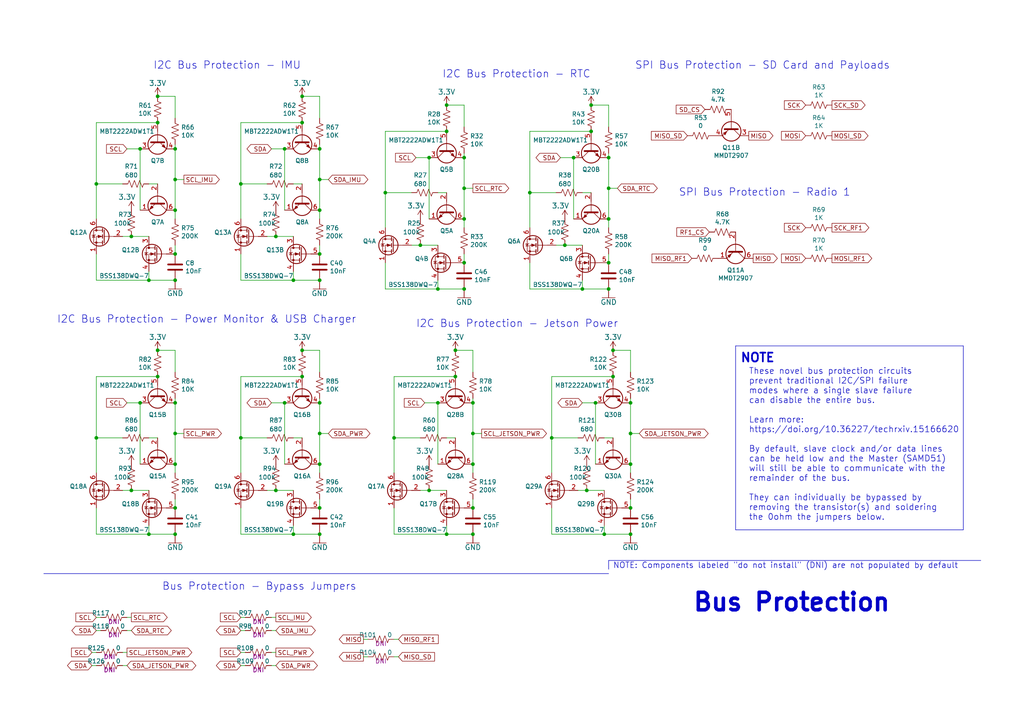
<source format=kicad_sch>
(kicad_sch (version 20230121) (generator eeschema)
  (paper "A4")
  (title_block (title "PyCubed Mainboard") (date "2021-06-09") (rev "v05c") (company "Max Holliday"))
  (junction (at 50.8 147.32))
  (junction (at 176.53 83.82))
  (junction (at 92.71 81.28))
  (junction (at 92.71 52.07))
  (junction (at 134.62 63.5))
  (junction (at 134.62 45.72))
  (junction (at 111.76 55.88))
  (junction (at 50.8 116.84))
  (junction (at 182.88 125.73))
  (junction (at 137.16 154.94))
  (junction (at 182.88 134.62))
  (junction (at 50.8 134.62))
  (junction (at 82.55 116.84))
  (junction (at 176.53 45.72))
  (junction (at 85.09 154.94))
  (junction (at 92.71 154.94))
  (junction (at 176.53 76.2))
  (junction (at 45.72 35.56))
  (junction (at 137.16 134.62))
  (junction (at 50.8 73.66))
  (junction (at 129.54 30.48))
  (junction (at 87.63 35.56))
  (junction (at 137.16 147.32))
  (junction (at 40.64 43.18))
  (junction (at 45.72 101.6))
  (junction (at 114.3 127))
  (junction (at 92.71 60.96))
  (junction (at 43.18 81.28))
  (junction (at 80.01 142.24))
  (junction (at 50.8 81.28))
  (junction (at 132.08 109.22))
  (junction (at 171.45 38.1))
  (junction (at 50.8 43.18))
  (junction (at 92.71 116.84))
  (junction (at 182.88 147.32))
  (junction (at 134.62 76.2))
  (junction (at 45.72 109.22))
  (junction (at 121.92 71.12))
  (junction (at 50.8 125.73))
  (junction (at 137.16 116.84))
  (junction (at 134.62 54.61))
  (junction (at 129.54 38.1))
  (junction (at 50.8 154.94))
  (junction (at 43.18 154.94))
  (junction (at 160.02 127))
  (junction (at 163.83 71.12))
  (junction (at 182.88 116.84))
  (junction (at 172.72 116.84))
  (junction (at 50.8 60.96))
  (junction (at 45.72 27.94))
  (junction (at 171.45 30.48))
  (junction (at 87.63 109.22))
  (junction (at 124.46 45.72))
  (junction (at 80.01 68.58))
  (junction (at 87.63 101.6))
  (junction (at 38.1 142.24))
  (junction (at 176.53 63.5))
  (junction (at 27.94 127))
  (junction (at 176.53 54.61))
  (junction (at 175.26 154.94))
  (junction (at 137.16 125.73))
  (junction (at 127 83.82))
  (junction (at 92.71 125.73))
  (junction (at 27.94 53.34))
  (junction (at 38.1 68.58))
  (junction (at 132.08 101.6))
  (junction (at 168.91 83.82))
  (junction (at 50.8 52.07))
  (junction (at 69.85 127))
  (junction (at 92.71 43.18))
  (junction (at 87.63 27.94))
  (junction (at 69.85 53.34))
  (junction (at 82.55 43.18))
  (junction (at 170.18 142.24))
  (junction (at 129.54 154.94))
  (junction (at 40.64 116.84))
  (junction (at 92.71 147.32))
  (junction (at 166.37 45.72))
  (junction (at 153.67 55.88))
  (junction (at 177.8 109.22))
  (junction (at 177.8 101.6))
  (junction (at 134.62 83.82))
  (junction (at 92.71 134.62))
  (junction (at 124.46 142.24))
  (junction (at 92.71 73.66))
  (junction (at 85.09 81.28))
  (junction (at 182.88 154.94))
  (junction (at 127 116.84))
  (wire (pts (xy 40.64 43.18) (xy 40.64 60.96)))
  (wire (pts (xy 40.64 116.84) (xy 40.64 134.62)))
  (wire (pts (xy 137.16 115.57) (xy 137.16 116.84)))
  (wire (pts (xy 69.85 179.07) (xy 71.12 179.07)))
  (wire (pts (xy 134.62 66.04) (xy 134.62 63.5)))
  (wire (pts (xy 69.85 73.66) (xy 69.85 81.28)))
  (wire (pts (xy 105.41 190.5) (xy 106.68 190.5)))
  (wire (pts (xy 69.85 189.23) (xy 71.12 189.23)))
  (wire (pts (xy 176.53 54.61) (xy 176.53 45.72)))
  (wire (pts (xy 127 83.82) (xy 134.62 83.82)))
  (wire (pts (xy 172.72 116.84) (xy 172.72 134.62)))
  (wire (pts (xy 160.02 147.32) (xy 160.02 154.94)))
  (wire (pts (xy 27.94 179.07) (xy 29.21 179.07)))
  (wire (pts (xy 153.67 38.1) (xy 171.45 38.1)))
  (wire (pts (xy 50.8 134.62) (xy 50.8 125.73)))
  (wire (pts (xy 38.1 179.07) (xy 36.83 179.07)))
  (wire (pts (xy 69.85 193.04) (xy 71.12 193.04)))
  (wire (pts (xy 120.65 45.72) (xy 124.46 45.72)))
  (wire (pts (xy 92.71 41.91) (xy 92.71 43.18)))
  (wire (pts (xy 115.57 185.42) (xy 114.3 185.42)))
  (wire (pts (xy 43.18 142.24) (xy 38.1 142.24)))
  (wire (pts (xy 182.88 134.62) (xy 182.88 125.73)))
  (wire (pts (xy 78.74 116.84) (xy 82.55 116.84)))
  (wire (pts (xy 127 116.84) (xy 127 134.62)))
  (wire (pts (xy 182.88 137.16) (xy 182.88 134.62)))
  (wire (pts (xy 127 81.28) (xy 127 83.82)))
  (wire (pts (xy 111.76 83.82) (xy 127 83.82)))
  (wire (pts (xy 160.02 154.94) (xy 175.26 154.94)))
  (wire (pts (xy 115.57 190.5) (xy 114.3 190.5)))
  (wire (pts (xy 137.16 137.16) (xy 137.16 134.62)))
  (wire (pts (xy 121.92 71.12) (xy 119.38 71.12)))
  (wire (pts (xy 129.54 55.88) (xy 127 55.88)))
  (wire (pts (xy 182.88 144.78) (xy 182.88 147.32)))
  (wire (pts (xy 129.54 154.94) (xy 137.16 154.94)))
  (wire (pts (xy 27.94 127) (xy 35.56 127)))
  (wire (pts (xy 175.26 142.24) (xy 170.18 142.24)))
  (wire (pts (xy 92.71 125.73) (xy 92.71 116.84)))
  (wire (pts (xy 82.55 43.18) (xy 82.55 60.96)))
  (wire (pts (xy 80.01 179.07) (xy 78.74 179.07)))
  (wire (pts (xy 50.8 52.07) (xy 50.8 43.18)))
  (wire (pts (xy 134.62 54.61) (xy 134.62 45.72)))
  (wire (pts (xy 50.8 137.16) (xy 50.8 134.62)))
  (wire (pts (xy 43.18 78.74) (xy 43.18 81.28)))
  (wire (pts (xy 50.8 101.6) (xy 45.72 101.6)))
  (wire (pts (xy 53.34 125.73) (xy 50.8 125.73)))
  (wire (pts (xy 85.09 68.58) (xy 80.01 68.58)))
  (wire (pts (xy 111.76 66.04) (xy 111.76 55.88)))
  (wire (pts (xy 137.16 144.78) (xy 137.16 147.32)))
  (polyline (pts (xy 176.53 162.56) (xy 284.48 162.56)))
  (wire (pts (xy 85.09 81.28) (xy 92.71 81.28)))
  (wire (pts (xy 114.3 127) (xy 114.3 109.22)))
  (wire (pts (xy 45.72 127) (xy 43.18 127)))
  (wire (pts (xy 176.53 44.45) (xy 176.53 45.72)))
  (wire (pts (xy 38.1 68.58) (xy 35.56 68.58)))
  (wire (pts (xy 114.3 154.94) (xy 129.54 154.94)))
  (wire (pts (xy 137.16 125.73) (xy 137.16 116.84)))
  (wire (pts (xy 27.94 53.34) (xy 27.94 35.56)))
  (wire (pts (xy 153.67 66.04) (xy 153.67 55.88)))
  (wire (pts (xy 160.02 137.16) (xy 160.02 127)))
  (wire (pts (xy 92.71 134.62) (xy 92.71 125.73)))
  (wire (pts (xy 92.71 63.5) (xy 92.71 60.96)))
  (wire (pts (xy 176.53 30.48) (xy 171.45 30.48)))
  (wire (pts (xy 168.91 116.84) (xy 172.72 116.84)))
  (wire (pts (xy 139.7 125.73) (xy 137.16 125.73)))
  (wire (pts (xy 50.8 60.96) (xy 50.8 52.07)))
  (wire (pts (xy 171.45 55.88) (xy 168.91 55.88)))
  (wire (pts (xy 85.09 142.24) (xy 80.01 142.24)))
  (wire (pts (xy 50.8 34.29) (xy 50.8 27.94)))
  (wire (pts (xy 80.01 189.23) (xy 78.74 189.23)))
  (wire (pts (xy 50.8 144.78) (xy 50.8 147.32)))
  (wire (pts (xy 137.16 107.95) (xy 137.16 101.6)))
  (wire (pts (xy 38.1 142.24) (xy 35.56 142.24)))
  (wire (pts (xy 111.76 55.88) (xy 111.76 38.1)))
  (wire (pts (xy 36.83 43.18) (xy 40.64 43.18)))
  (wire (pts (xy 182.88 101.6) (xy 177.8 101.6)))
  (wire (pts (xy 50.8 115.57) (xy 50.8 116.84)))
  (wire (pts (xy 27.94 63.5) (xy 27.94 53.34)))
  (wire (pts (xy 38.1 182.88) (xy 36.83 182.88)))
  (wire (pts (xy 43.18 152.4) (xy 43.18 154.94)))
  (wire (pts (xy 50.8 107.95) (xy 50.8 101.6)))
  (wire (pts (xy 134.62 30.48) (xy 129.54 30.48)))
  (wire (pts (xy 69.85 127) (xy 69.85 109.22)))
  (wire (pts (xy 92.71 27.94) (xy 87.63 27.94)))
  (wire (pts (xy 80.01 142.24) (xy 77.47 142.24)))
  (wire (pts (xy 182.88 115.57) (xy 182.88 116.84)))
  (wire (pts (xy 153.67 83.82) (xy 168.91 83.82)))
  (wire (pts (xy 182.88 125.73) (xy 182.88 116.84)))
  (wire (pts (xy 105.41 185.42) (xy 106.68 185.42)))
  (wire (pts (xy 92.71 60.96) (xy 92.71 52.07)))
  (wire (pts (xy 114.3 127) (xy 121.92 127)))
  (wire (pts (xy 176.53 36.83) (xy 176.53 30.48)))
  (wire (pts (xy 176.53 63.5) (xy 176.53 54.61)))
  (wire (pts (xy 114.3 147.32) (xy 114.3 154.94)))
  (wire (pts (xy 175.26 152.4) (xy 175.26 154.94)))
  (wire (pts (xy 92.71 71.12) (xy 92.71 73.66)))
  (wire (pts (xy 168.91 83.82) (xy 176.53 83.82)))
  (wire (pts (xy 80.01 193.04) (xy 78.74 193.04)))
  (polyline (pts (xy 213.36 100.33) (xy 213.36 153.67)))
  (wire (pts (xy 92.71 101.6) (xy 87.63 101.6)))
  (wire (pts (xy 69.85 81.28) (xy 85.09 81.28)))
  (wire (pts (xy 26.67 189.23) (xy 27.94 189.23)))
  (wire (pts (xy 27.94 137.16) (xy 27.94 127)))
  (wire (pts (xy 111.76 76.2) (xy 111.76 83.82)))
  (wire (pts (xy 80.01 68.58) (xy 77.47 68.58)))
  (wire (pts (xy 160.02 127) (xy 160.02 109.22)))
  (wire (pts (xy 50.8 41.91) (xy 50.8 43.18)))
  (wire (pts (xy 69.85 154.94) (xy 85.09 154.94)))
  (wire (pts (xy 87.63 53.34) (xy 85.09 53.34)))
  (wire (pts (xy 114.3 109.22) (xy 132.08 109.22)))
  (wire (pts (xy 85.09 78.74) (xy 85.09 81.28)))
  (wire (pts (xy 160.02 109.22) (xy 177.8 109.22)))
  (wire (pts (xy 53.34 52.07) (xy 50.8 52.07)))
  (wire (pts (xy 134.62 44.45) (xy 134.62 45.72)))
  (wire (pts (xy 92.71 144.78) (xy 92.71 147.32)))
  (wire (pts (xy 69.85 137.16) (xy 69.85 127)))
  (wire (pts (xy 50.8 27.94) (xy 45.72 27.94)))
  (wire (pts (xy 27.94 147.32) (xy 27.94 154.94)))
  (wire (pts (xy 153.67 55.88) (xy 153.67 38.1)))
  (wire (pts (xy 80.01 182.88) (xy 78.74 182.88)))
  (wire (pts (xy 92.71 115.57) (xy 92.71 116.84)))
  (wire (pts (xy 26.67 193.04) (xy 27.94 193.04)))
  (wire (pts (xy 166.37 45.72) (xy 166.37 63.5)))
  (wire (pts (xy 127 71.12) (xy 121.92 71.12)))
  (polyline (pts (xy 176.53 165.1) (xy 176.53 162.56)))
  (wire (pts (xy 27.94 154.94) (xy 43.18 154.94)))
  (wire (pts (xy 36.83 189.23) (xy 35.56 189.23)))
  (wire (pts (xy 43.18 81.28) (xy 50.8 81.28)))
  (wire (pts (xy 177.8 127) (xy 175.26 127)))
  (wire (pts (xy 27.94 109.22) (xy 45.72 109.22)))
  (wire (pts (xy 95.25 52.07) (xy 92.71 52.07)))
  (wire (pts (xy 27.94 53.34) (xy 35.56 53.34)))
  (wire (pts (xy 176.53 66.04) (xy 176.53 63.5)))
  (wire (pts (xy 153.67 55.88) (xy 161.29 55.88)))
  (wire (pts (xy 69.85 35.56) (xy 87.63 35.56)))
  (wire (pts (xy 36.83 116.84) (xy 40.64 116.84)))
  (wire (pts (xy 27.94 182.88) (xy 29.21 182.88)))
  (wire (pts (xy 163.83 71.12) (xy 161.29 71.12)))
  (wire (pts (xy 50.8 125.73) (xy 50.8 116.84)))
  (wire (pts (xy 153.67 76.2) (xy 153.67 83.82)))
  (wire (pts (xy 27.94 35.56) (xy 45.72 35.56)))
  (wire (pts (xy 137.16 101.6) (xy 132.08 101.6)))
  (wire (pts (xy 87.63 127) (xy 85.09 127)))
  (wire (pts (xy 69.85 53.34) (xy 77.47 53.34)))
  (wire (pts (xy 27.94 81.28) (xy 43.18 81.28)))
  (wire (pts (xy 137.16 134.62) (xy 137.16 125.73)))
  (wire (pts (xy 124.46 142.24) (xy 121.92 142.24)))
  (wire (pts (xy 50.8 63.5) (xy 50.8 60.96)))
  (wire (pts (xy 92.71 137.16) (xy 92.71 134.62)))
  (wire (pts (xy 160.02 127) (xy 167.64 127)))
  (wire (pts (xy 175.26 154.94) (xy 182.88 154.94)))
  (wire (pts (xy 179.07 54.61) (xy 176.53 54.61)))
  (wire (pts (xy 43.18 68.58) (xy 38.1 68.58)))
  (wire (pts (xy 134.62 63.5) (xy 134.62 54.61)))
  (wire (pts (xy 137.16 54.61) (xy 134.62 54.61)))
  (wire (pts (xy 168.91 81.28) (xy 168.91 83.82)))
  (wire (pts (xy 182.88 107.95) (xy 182.88 101.6)))
  (wire (pts (xy 111.76 38.1) (xy 129.54 38.1)))
  (wire (pts (xy 170.18 142.24) (xy 167.64 142.24)))
  (wire (pts (xy 78.74 43.18) (xy 82.55 43.18)))
  (wire (pts (xy 27.94 127) (xy 27.94 109.22)))
  (polyline (pts (xy 279.4 100.33) (xy 213.36 100.33)))
  (wire (pts (xy 43.18 154.94) (xy 50.8 154.94)))
  (wire (pts (xy 27.94 73.66) (xy 27.94 81.28)))
  (wire (pts (xy 85.09 152.4) (xy 85.09 154.94)))
  (wire (pts (xy 92.71 52.07) (xy 92.71 43.18)))
  (wire (pts (xy 132.08 127) (xy 129.54 127)))
  (polyline (pts (xy 12.7 166.37) (xy 176.53 166.37)))
  (wire (pts (xy 129.54 142.24) (xy 124.46 142.24)))
  (wire (pts (xy 134.62 36.83) (xy 134.62 30.48)))
  (wire (pts (xy 69.85 63.5) (xy 69.85 53.34)))
  (polyline (pts (xy 279.4 153.67) (xy 279.4 100.33)))
  (wire (pts (xy 185.42 125.73) (xy 182.88 125.73)))
  (wire (pts (xy 69.85 127) (xy 77.47 127)))
  (wire (pts (xy 123.19 116.84) (xy 127 116.84)))
  (wire (pts (xy 69.85 109.22) (xy 87.63 109.22)))
  (wire (pts (xy 82.55 116.84) (xy 82.55 134.62)))
  (wire (pts (xy 69.85 53.34) (xy 69.85 35.56)))
  (wire (pts (xy 114.3 137.16) (xy 114.3 127)))
  (wire (pts (xy 92.71 107.95) (xy 92.71 101.6)))
  (wire (pts (xy 168.91 71.12) (xy 163.83 71.12)))
  (wire (pts (xy 85.09 154.94) (xy 92.71 154.94)))
  (polyline (pts (xy 213.36 153.67) (xy 279.4 153.67)))
  (wire (pts (xy 129.54 152.4) (xy 129.54 154.94)))
  (wire (pts (xy 36.83 193.04) (xy 35.56 193.04)))
  (wire (pts (xy 69.85 147.32) (xy 69.85 154.94)))
  (wire (pts (xy 45.72 53.34) (xy 43.18 53.34)))
  (wire (pts (xy 124.46 45.72) (xy 124.46 63.5)))
  (wire (pts (xy 134.62 73.66) (xy 134.62 76.2)))
  (wire (pts (xy 95.25 125.73) (xy 92.71 125.73)))
  (wire (pts (xy 176.53 73.66) (xy 176.53 76.2)))
  (wire (pts (xy 162.56 45.72) (xy 166.37 45.72)))
  (wire (pts (xy 69.85 182.88) (xy 71.12 182.88)))
  (wire (pts (xy 50.8 71.12) (xy 50.8 73.66)))
  (wire (pts (xy 111.76 55.88) (xy 119.38 55.88)))
  (wire (pts (xy 92.71 34.29) (xy 92.71 27.94)))
  (text "I2C Bus Protection - RTC" (at 128.27 22.86 0) (effects (font (size 2.159 2.159)) (justify left bottom)))
  (text "I2C Bus Protection - Power Monitor & USB Charger" (at 16.51 93.98 0) (effects (font (size 2.159 2.159)) (justify left bottom)))
  (text "SPI Bus Protection - Radio 1" (at 196.85 57.15 0) (effects (font (size 2.159 2.159)) (justify left bottom)))
  (text "SPI Bus Protection - SD Card and Payloads" (at 184.15 20.32 0) (effects (font (size 2.159 2.159)) (justify left bottom)))
  (text "These novel bus protection circuits\nprevent traditional I2C/SPI failure \nmodes where a single slave failure\ncan disable the entire bus.\n\nLearn more: \nhttps://doi.org/10.36227/techrxiv.15166620\n\nBy default, slave clock and/or data lines \ncan be held low and the Master (SAMD51) \nwill still be able to communicate with the \nremainder of the bus.\n\nThey can individually be bypassed by \nremoving the transistor(s) and soldering\nthe 0ohm the jumpers below." (at 217.17 151.13 0) (effects (font (size 1.7526 1.7526)) (justify left bottom)))
  (text "I2C Bus Protection - Jetson Power\n" (at 120.65 95.25 0) (effects (font (size 2.159 2.159)) (justify left bottom)))
  (text "NOTE" (at 214.63 105.41 0) (effects (font (size 2.54 2.54) (thickness 0.508) bold) (justify left bottom)))
  (text "I2C Bus Protection - IMU" (at 44.45 20.32 0) (effects (font (size 2.159 2.159)) (justify left bottom)))
  (text "Bus Protection - Bypass Jumpers" (at 46.99 171.45 0) (effects (font (size 2.159 2.159)) (justify left bottom)))
  (text "NOTE: Components labeled \"do not install\" (DNI) are not populated by default" (at 177.8 165.1 0) (effects (font (size 1.651 1.651)) (justify left bottom)))
  (text "Bus Protection" (at 200.66 177.8 0) (effects (font (size 5.08 5.08) (thickness 1.016) bold) (justify left bottom)))
  (global_label "SCL" (shape input) (at 26.67 189.23 180) (property "Intersheetrefs" "${INTERSHEET_REFS}" (effects hide)))
  (global_label "SCK_SD" (shape output) (at 241.3 30.48 0) (property "Intersheetrefs" "${INTERSHEET_REFS}" (effects hide)))
  (global_label "SCL_JETSON_PWR" (shape output) (at 36.83 189.23 0) (property "Intersheetrefs" "${INTERSHEET_REFS}" (effects hide)))
  (global_label "SDA" (shape bidirectional) (at 78.74 43.18 180) (property "Intersheetrefs" "${INTERSHEET_REFS}" (effects hide)))
  (global_label "MISO_SD" (shape input) (at 199.39 39.37 180) (property "Intersheetrefs" "${INTERSHEET_REFS}" (effects hide)))
  (global_label "SDA" (shape bidirectional) (at 26.67 193.04 180) (property "Intersheetrefs" "${INTERSHEET_REFS}" (effects hide)))
  (global_label "SDA" (shape bidirectional) (at 168.91 116.84 180) (property "Intersheetrefs" "${INTERSHEET_REFS}" (effects hide)))
  (global_label "SCL_JETSON_PWR" (shape output) (at 139.7 125.73 0) (property "Intersheetrefs" "${INTERSHEET_REFS}" (effects hide)))
  (global_label "SDA_IMU" (shape bidirectional) (at 80.01 182.88 0) (property "Intersheetrefs" "${INTERSHEET_REFS}" (effects hide)))
  (global_label "SCL" (shape input) (at 123.19 116.84 180) (property "Intersheetrefs" "${INTERSHEET_REFS}" (effects hide)))
  (global_label "SDA_JETSON_PWR" (shape bidirectional) (at 185.42 125.73 0) (property "Intersheetrefs" "${INTERSHEET_REFS}" (effects hide)))
  (global_label "SCL_RTC" (shape output) (at 38.1 179.07 0) (property "Intersheetrefs" "${INTERSHEET_REFS}" (effects hide)))
  (global_label "MISO" (shape output) (at 105.41 185.42 180) (property "Intersheetrefs" "${INTERSHEET_REFS}" (effects hide)))
  (global_label "SDA_PWR" (shape bidirectional) (at 80.01 193.04 0) (property "Intersheetrefs" "${INTERSHEET_REFS}" (effects hide)))
  (global_label "MOSI_SD" (shape output) (at 241.3 39.37 0) (property "Intersheetrefs" "${INTERSHEET_REFS}" (effects hide)))
  (global_label "SDA_RTC" (shape bidirectional) (at 179.07 54.61 0) (property "Intersheetrefs" "${INTERSHEET_REFS}" (effects hide)))
  (global_label "MISO" (shape output) (at 105.41 190.5 180) (property "Intersheetrefs" "${INTERSHEET_REFS}" (effects hide)))
  (global_label "SD_CS" (shape input) (at 204.47 31.75 180) (property "Intersheetrefs" "${INTERSHEET_REFS}" (effects hide)))
  (global_label "SCL" (shape input) (at 69.85 179.07 180) (property "Intersheetrefs" "${INTERSHEET_REFS}" (effects hide)))
  (global_label "SCL" (shape input) (at 69.85 189.23 180) (property "Intersheetrefs" "${INTERSHEET_REFS}" (effects hide)))
  (global_label "MISO_RF1" (shape input) (at 200.66 74.93 180) (property "Intersheetrefs" "${INTERSHEET_REFS}" (effects hide)))
  (global_label "SCL" (shape input) (at 27.94 179.07 180) (property "Intersheetrefs" "${INTERSHEET_REFS}" (effects hide)))
  (global_label "SCL" (shape input) (at 120.65 45.72 180) (property "Intersheetrefs" "${INTERSHEET_REFS}" (effects hide)))
  (global_label "SCK" (shape input) (at 233.68 30.48 180) (property "Intersheetrefs" "${INTERSHEET_REFS}" (effects hide)))
  (global_label "SCK" (shape input) (at 233.68 66.04 180) (property "Intersheetrefs" "${INTERSHEET_REFS}" (effects hide)))
  (global_label "SCL_IMU" (shape output) (at 80.01 179.07 0) (property "Intersheetrefs" "${INTERSHEET_REFS}" (effects hide)))
  (global_label "SDA_PWR" (shape bidirectional) (at 95.25 125.73 0) (property "Intersheetrefs" "${INTERSHEET_REFS}" (effects hide)))
  (global_label "MISO" (shape output) (at 217.17 39.37 0) (property "Intersheetrefs" "${INTERSHEET_REFS}" (effects hide)))
  (global_label "MOSI" (shape input) (at 233.68 39.37 180) (property "Intersheetrefs" "${INTERSHEET_REFS}" (effects hide)))
  (global_label "SCL_PWR" (shape output) (at 53.34 125.73 0) (property "Intersheetrefs" "${INTERSHEET_REFS}" (effects hide)))
  (global_label "SDA" (shape bidirectional) (at 162.56 45.72 180) (property "Intersheetrefs" "${INTERSHEET_REFS}" (effects hide)))
  (global_label "SDA" (shape bidirectional) (at 27.94 182.88 180) (property "Intersheetrefs" "${INTERSHEET_REFS}" (effects hide)))
  (global_label "MISO" (shape output) (at 218.44 74.93 0) (property "Intersheetrefs" "${INTERSHEET_REFS}" (effects hide)))
  (global_label "SDA_IMU" (shape bidirectional) (at 95.25 52.07 0) (property "Intersheetrefs" "${INTERSHEET_REFS}" (effects hide)))
  (global_label "MOSI" (shape input) (at 233.68 74.93 180) (property "Intersheetrefs" "${INTERSHEET_REFS}" (effects hide)))
  (global_label "SCL" (shape input) (at 36.83 116.84 180) (property "Intersheetrefs" "${INTERSHEET_REFS}" (effects hide)))
  (global_label "SDA" (shape bidirectional) (at 78.74 116.84 180) (property "Intersheetrefs" "${INTERSHEET_REFS}" (effects hide)))
  (global_label "MISO_RF1" (shape input) (at 115.57 185.42 0) (property "Intersheetrefs" "${INTERSHEET_REFS}" (effects hide)))
  (global_label "SCK_RF1" (shape output) (at 241.3 66.04 0) (property "Intersheetrefs" "${INTERSHEET_REFS}" (effects hide)))
  (global_label "MISO_SD" (shape input) (at 115.57 190.5 0) (property "Intersheetrefs" "${INTERSHEET_REFS}" (effects hide)))
  (global_label "SDA_JETSON_PWR" (shape bidirectional) (at 36.83 193.04 0) (property "Intersheetrefs" "${INTERSHEET_REFS}" (effects hide)))
  (global_label "SDA" (shape bidirectional) (at 69.85 193.04 180) (property "Intersheetrefs" "${INTERSHEET_REFS}" (effects hide)))
  (global_label "SCL_IMU" (shape output) (at 53.34 52.07 0) (property "Intersheetrefs" "${INTERSHEET_REFS}" (effects hide)))
  (global_label "SCL_PWR" (shape output) (at 80.01 189.23 0) (property "Intersheetrefs" "${INTERSHEET_REFS}" (effects hide)))
  (global_label "RF1_CS" (shape input) (at 205.74 67.31 180) (property "Intersheetrefs" "${INTERSHEET_REFS}" (effects hide)))
  (global_label "SDA" (shape bidirectional) (at 69.85 182.88 180) (property "Intersheetrefs" "${INTERSHEET_REFS}" (effects hide)))
  (global_label "MOSI_RF1" (shape output) (at 241.3 74.93 0) (property "Intersheetrefs" "${INTERSHEET_REFS}" (effects hide)))
  (global_label "SDA_RTC" (shape bidirectional) (at 38.1 182.88 0) (property "Intersheetrefs" "${INTERSHEET_REFS}" (effects hide)))
  (global_label "SCL" (shape input) (at 36.83 43.18 180) (property "Intersheetrefs" "${INTERSHEET_REFS}" (effects hide)))
  (global_label "SCL_RTC" (shape output) (at 137.16 54.61 0) (property "Intersheetrefs" "${INTERSHEET_REFS}" (effects hide)))
  (symbol (lib_id "mainboard:BSS138DWQ-7") (at 29.21 68.58 0) (mirror y) (unit 1)
    (property "Reference" "Q12" (at 25.273 67.4116 0) (effects (justify left)))
    (property "Value" "BSS138DWQ-7" (at 43.18 80.01 0) (effects (justify left)))
    (property "Footprint" "mainboard:BSS138DWQ-7" (effects hide))
    (property "Datasheet" "https://www.diodes.com/assets/Datasheets/BSS138DWQ.pdf" (effects hide))
    (property "Description" "Dual N-Channel MOSFET - 2NMOS" (effects hide))
    (property "Flight" "BSS138DWQ-7" (effects hide))
    (property "Manufacturer_Name" "Diodes Incorporated" (effects hide))
    (property "Manufacturer_Part_Number" "BSS138DWQ-7" (effects hide))
    (property "Proto" "BSS138DWQ-7" (effects hide))
  )
  (symbol (lib_id "mainboard:BSS138DWQ-7") (at 44.45 73.66 0) (mirror y) (unit 2)
    (property "Reference" "Q12" (at 40.513 72.4916 0) (effects (justify left)))
    (property "Value" "BSS138DWQ-7" (effects hide))
    (property "Footprint" "mainboard:BSS138DWQ-7" (effects hide))
    (property "Datasheet" "https://www.diodes.com/assets/Datasheets/BSS138DWQ.pdf" (effects hide))
    (property "Description" "Dual N-Channel MOSFET - 2NMOS" (effects hide))
    (property "Flight" "BSS138DWQ-7" (effects hide))
    (property "Manufacturer_Name" "Diodes Incorporated" (effects hide))
    (property "Manufacturer_Part_Number" "BSS138DWQ-7" (effects hide))
    (property "Proto" "BSS138DWQ-7" (effects hide))
  )
  (symbol (lib_id "Transistor_BJT:MBT2222ADW1T1") (at 45.72 58.42 270) (unit 1)
    (property "Reference" "Q7" (at 45.72 64.4144 90))
    (property "Value" "MBT2222ADW1T1" (effects hide))
    (property "Footprint" "Package_TO_SOT_SMD:SOT-363_SC-70-6" (effects hide))
    (property "Datasheet" "http://www.onsemi.com/pub_link/Collateral/MBT2222ADW1T1-D.PDF" (effects hide))
    (property "Description" "Dual NPN BJT - 2NPN" (effects hide))
    (property "Flight" "MBT2222ADW1T1G" (effects hide))
    (property "Manufacturer_Name" "ON Semiconductor" (effects hide))
    (property "Manufacturer_Part_Number" "MBT2222ADW1T1G" (effects hide))
    (property "Proto" "MBT2222ADW1T1G" (effects hide))
  )
  (symbol (lib_id "Transistor_BJT:MBT2222ADW1T1") (at 45.72 40.64 90) (mirror x) (unit 2)
    (property "Reference" "Q7" (at 45.72 46.609 90))
    (property "Value" "MBT2222ADW1T1" (at 36.83 38.1 90))
    (property "Footprint" "Package_TO_SOT_SMD:SOT-363_SC-70-6" (effects hide))
    (property "Datasheet" "http://www.onsemi.com/pub_link/Collateral/MBT2222ADW1T1-D.PDF" (effects hide))
    (property "Description" "Dual NPN BJT - 2NPN" (effects hide))
    (property "Flight" "MBT2222ADW1T1G" (effects hide))
    (property "Manufacturer_Name" "ON Semiconductor" (effects hide))
    (property "Manufacturer_Part_Number" "MBT2222ADW1T1G" (effects hide))
    (property "Proto" "MBT2222ADW1T1G" (effects hide))
  )
  (symbol (lib_id "Device:C") (at 50.8 77.47 0) (unit 1)
    (property "Reference" "C8" (at 53.721 76.3016 0) (effects (justify left)))
    (property "Value" "10nF" (at 53.721 78.613 0) (effects (justify left)))
    (property "Footprint" "Capacitor_SMD:C_0603_1608Metric" (effects hide))
    (property "Description" "10nF +-10% 50V X7R" (effects hide))
  )
  (symbol (lib_id "mainboard:GND") (at 50.8 83.82 0) (unit 1)
    (property "Reference" "#GND045" (effects hide))
    (property "Value" "GND" (at 50.8 85.09 0) (effects (font (size 1.4986 1.4986))))
  )
  (symbol (lib_id "Device:R_US") (at 50.8 38.1 0) (unit 1)
    (property "Reference" "R66" (at 52.5272 36.9316 0) (effects (justify left)))
    (property "Value" "10K" (at 52.5272 39.243 0) (effects (justify left)))
    (property "Footprint" "Resistor_SMD:R_0603_1608Metric" (effects hide))
    (property "Description" "10K 0603" (effects hide))
  )
  (symbol (lib_id "Device:R_US") (at 45.72 31.75 0) (unit 1)
    (property "Reference" "R61" (at 44.0182 30.5816 0) (effects (justify right)))
    (property "Value" "10K" (at 44.0182 32.893 0) (effects (justify right)))
    (property "Footprint" "Resistor_SMD:R_0603_1608Metric" (effects hide))
    (property "Description" "10K 0603" (effects hide))
  )
  (symbol (lib_id "mainboard:3.3V") (at 45.72 27.94 0) (unit 1)
    (property "Reference" "#P+01" (effects hide))
    (property "Value" "3.3V" (at 45.72 24.13 0) (effects (font (size 1.4986 1.4986))))
  )
  (symbol (lib_id "Device:R_US") (at 39.37 53.34 270) (unit 1)
    (property "Reference" "R71" (at 38.1 48.26 90))
    (property "Value" "680" (at 38.1 50.8 90))
    (property "Footprint" "Resistor_SMD:R_0603_1608Metric" (effects hide))
    (property "Description" "680 0603" (effects hide))
  )
  (symbol (lib_id "Device:R_US") (at 38.1 64.77 0) (unit 1)
    (property "Reference" "R73" (at 34.29 62.23 0) (effects (justify left)))
    (property "Value" "100K" (at 33.02 64.77 0) (effects (justify left)))
    (property "Footprint" "Resistor_SMD:R_0603_1608Metric" (effects hide))
    (property "Description" "100K 0603" (effects hide))
  )
  (symbol (lib_id "mainboard:3.3V") (at 38.1 60.96 0) (unit 1)
    (property "Reference" "#P+07" (effects hide))
    (property "Value" "3.3V" (at 36.83 57.15 0) (effects (font (size 1.4986 1.4986))))
  )
  (symbol (lib_id "Device:R_US") (at 50.8 67.31 0) (unit 1)
    (property "Reference" "R75" (at 52.5272 66.1416 0) (effects (justify left)))
    (property "Value" "200K" (at 52.5272 68.453 0) (effects (justify left)))
    (property "Footprint" "Resistor_SMD:R_0603_1608Metric" (effects hide))
    (property "Description" "200K 0603" (effects hide))
  )
  (symbol (lib_id "Transistor_BJT:MBT2222ADW1T1") (at 87.63 58.42 270) (unit 1)
    (property "Reference" "Q8" (at 87.63 64.4144 90))
    (property "Value" "MBT2222ADW1T1" (effects hide))
    (property "Footprint" "Package_TO_SOT_SMD:SOT-363_SC-70-6" (effects hide))
    (property "Datasheet" "http://www.onsemi.com/pub_link/Collateral/MBT2222ADW1T1-D.PDF" (effects hide))
    (property "Description" "Dual NPN BJT - 2NPN" (effects hide))
    (property "Flight" "MBT2222ADW1T1G" (effects hide))
    (property "Manufacturer_Name" "ON Semiconductor" (effects hide))
    (property "Manufacturer_Part_Number" "MBT2222ADW1T1G" (effects hide))
    (property "Proto" "MBT2222ADW1T1G" (effects hide))
  )
  (symbol (lib_id "Transistor_BJT:MBT2222ADW1T1") (at 87.63 40.64 90) (mirror x) (unit 2)
    (property "Reference" "Q8" (at 87.63 46.609 90))
    (property "Value" "MBT2222ADW1T1" (at 78.74 38.1 90))
    (property "Footprint" "Package_TO_SOT_SMD:SOT-363_SC-70-6" (effects hide))
    (property "Datasheet" "http://www.onsemi.com/pub_link/Collateral/MBT2222ADW1T1-D.PDF" (effects hide))
    (property "Description" "Dual NPN BJT - 2NPN" (effects hide))
    (property "Flight" "MBT2222ADW1T1G" (effects hide))
    (property "Manufacturer_Name" "ON Semiconductor" (effects hide))
    (property "Manufacturer_Part_Number" "MBT2222ADW1T1G" (effects hide))
    (property "Proto" "MBT2222ADW1T1G" (effects hide))
  )
  (symbol (lib_id "Device:C") (at 92.71 77.47 0) (unit 1)
    (property "Reference" "C40" (at 95.631 76.3016 0) (effects (justify left)))
    (property "Value" "10nF" (at 95.631 78.613 0) (effects (justify left)))
    (property "Footprint" "Capacitor_SMD:C_0603_1608Metric" (effects hide))
    (property "Description" "10nF +-10% 50V X7R" (effects hide))
  )
  (symbol (lib_id "mainboard:GND") (at 92.71 83.82 0) (unit 1)
    (property "Reference" "#GND046" (effects hide))
    (property "Value" "GND" (at 92.71 85.09 0) (effects (font (size 1.4986 1.4986))))
  )
  (symbol (lib_id "Device:R_US") (at 87.63 31.75 0) (unit 1)
    (property "Reference" "R62" (at 85.9282 30.5816 0) (effects (justify right)))
    (property "Value" "10K" (at 85.9282 32.893 0) (effects (justify right)))
    (property "Footprint" "Resistor_SMD:R_0603_1608Metric" (effects hide))
    (property "Description" "10K 0603" (effects hide))
  )
  (symbol (lib_id "mainboard:3.3V") (at 87.63 27.94 0) (unit 1)
    (property "Reference" "#P+02" (effects hide))
    (property "Value" "3.3V" (at 87.63 24.13 0) (effects (font (size 1.4986 1.4986))))
  )
  (symbol (lib_id "Device:R_US") (at 81.28 53.34 270) (unit 1)
    (property "Reference" "R72" (at 80.01 48.26 90))
    (property "Value" "680" (at 80.01 50.8 90))
    (property "Footprint" "Resistor_SMD:R_0603_1608Metric" (effects hide))
    (property "Description" "680 0603" (effects hide))
  )
  (symbol (lib_id "mainboard:BSS138DWQ-7") (at 86.36 73.66 0) (mirror y) (unit 2)
    (property "Reference" "Q13" (at 82.423 72.4916 0) (effects (justify left)))
    (property "Value" "BSS138DWQ-7" (effects hide))
    (property "Footprint" "mainboard:BSS138DWQ-7" (effects hide))
    (property "Datasheet" "https://www.diodes.com/assets/Datasheets/BSS138DWQ.pdf" (effects hide))
    (property "Description" "Dual N-Channel MOSFET - 2NMOS" (effects hide))
    (property "Flight" "BSS138DWQ-7" (effects hide))
    (property "Manufacturer_Name" "Diodes Incorporated" (effects hide))
    (property "Manufacturer_Part_Number" "BSS138DWQ-7" (effects hide))
    (property "Proto" "BSS138DWQ-7" (effects hide))
  )
  (symbol (lib_id "Device:R_US") (at 92.71 67.31 0) (unit 1)
    (property "Reference" "R76" (at 94.4372 66.1416 0) (effects (justify left)))
    (property "Value" "200K" (at 94.4372 68.453 0) (effects (justify left)))
    (property "Footprint" "Resistor_SMD:R_0603_1608Metric" (effects hide))
    (property "Description" "200K 0603" (effects hide))
  )
  (symbol (lib_id "mainboard:3.3V") (at 80.01 60.96 0) (unit 1)
    (property "Reference" "#P+08" (effects hide))
    (property "Value" "3.3V" (at 78.74 57.15 0) (effects (font (size 1.4986 1.4986))))
  )
  (symbol (lib_id "Device:R_US") (at 80.01 64.77 0) (unit 1)
    (property "Reference" "R74" (at 76.2 62.23 0) (effects (justify left)))
    (property "Value" "100K" (at 74.93 64.77 0) (effects (justify left)))
    (property "Footprint" "Resistor_SMD:R_0603_1608Metric" (effects hide))
    (property "Description" "100K 0603" (effects hide))
  )
  (symbol (lib_id "mainboard:BSS138DWQ-7") (at 71.12 68.58 0) (mirror y) (unit 1)
    (property "Reference" "Q13" (at 67.183 67.4116 0) (effects (justify left)))
    (property "Value" "BSS138DWQ-7" (at 85.09 80.01 0) (effects (justify left)))
    (property "Footprint" "mainboard:BSS138DWQ-7" (effects hide))
    (property "Datasheet" "https://www.diodes.com/assets/Datasheets/BSS138DWQ.pdf" (effects hide))
    (property "Description" "Dual N-Channel MOSFET - 2NMOS" (effects hide))
    (property "Flight" "BSS138DWQ-7" (effects hide))
    (property "Manufacturer_Name" "Diodes Incorporated" (effects hide))
    (property "Manufacturer_Part_Number" "BSS138DWQ-7" (effects hide))
    (property "Proto" "BSS138DWQ-7" (effects hide))
  )
  (symbol (lib_id "Device:R_US") (at 92.71 38.1 0) (unit 1)
    (property "Reference" "R67" (at 94.4372 36.9316 0) (effects (justify left)))
    (property "Value" "10K" (at 94.4372 39.243 0) (effects (justify left)))
    (property "Footprint" "Resistor_SMD:R_0603_1608Metric" (effects hide))
    (property "Description" "10K 0603" (effects hide))
  )
  (symbol (lib_id "Transistor_BJT:MBT2222ADW1T1") (at 45.72 114.3 90) (mirror x) (unit 2)
    (property "Reference" "Q15" (at 45.72 120.269 90))
    (property "Value" "MBT2222ADW1T1" (at 36.83 111.76 90))
    (property "Footprint" "Package_TO_SOT_SMD:SOT-363_SC-70-6" (effects hide))
    (property "Datasheet" "http://www.onsemi.com/pub_link/Collateral/MBT2222ADW1T1-D.PDF" (effects hide))
    (property "Description" "Dual NPN BJT - 2NPN" (effects hide))
    (property "Flight" "MBT2222ADW1T1G" (effects hide))
    (property "Manufacturer_Name" "ON Semiconductor" (effects hide))
    (property "Manufacturer_Part_Number" "MBT2222ADW1T1G" (effects hide))
    (property "Proto" "MBT2222ADW1T1G" (effects hide))
  )
  (symbol (lib_id "Device:C") (at 50.8 151.13 0) (unit 1)
    (property "Reference" "C41" (at 53.721 149.9616 0) (effects (justify left)))
    (property "Value" "10nF" (at 53.721 152.273 0) (effects (justify left)))
    (property "Footprint" "Capacitor_SMD:C_0603_1608Metric" (effects hide))
    (property "Description" "10nF +-10% 50V X7R" (effects hide))
  )
  (symbol (lib_id "mainboard:GND") (at 50.8 157.48 0) (unit 1)
    (property "Reference" "#GND050" (effects hide))
    (property "Value" "GND" (at 50.8 158.75 0) (effects (font (size 1.4986 1.4986))))
  )
  (symbol (lib_id "Device:R_US") (at 45.72 105.41 0) (unit 1)
    (property "Reference" "R82" (at 44.0182 104.2416 0) (effects (justify right)))
    (property "Value" "10K" (at 44.0182 106.553 0) (effects (justify right)))
    (property "Footprint" "Resistor_SMD:R_0603_1608Metric" (effects hide))
    (property "Description" "10K 0603" (effects hide))
  )
  (symbol (lib_id "mainboard:3.3V") (at 45.72 101.6 0) (unit 1)
    (property "Reference" "#P+012" (effects hide))
    (property "Value" "3.3V" (at 45.72 97.79 0) (effects (font (size 1.4986 1.4986))))
  )
  (symbol (lib_id "Device:R_US") (at 39.37 127 270) (unit 1)
    (property "Reference" "R86" (at 38.1 121.92 90))
    (property "Value" "680" (at 38.1 124.46 90))
    (property "Footprint" "Resistor_SMD:R_0603_1608Metric" (effects hide))
    (property "Description" "680 0603" (effects hide))
  )
  (symbol (lib_id "mainboard:BSS138DWQ-7") (at 44.45 147.32 0) (mirror y) (unit 2)
    (property "Reference" "Q18" (at 40.513 146.1516 0) (effects (justify left)))
    (property "Value" "BSS138DWQ-7" (effects hide))
    (property "Footprint" "mainboard:BSS138DWQ-7" (effects hide))
    (property "Datasheet" "https://www.diodes.com/assets/Datasheets/BSS138DWQ.pdf" (effects hide))
    (property "Description" "Dual N-Channel MOSFET - 2NMOS" (effects hide))
    (property "Flight" "BSS138DWQ-7" (effects hide))
    (property "Manufacturer_Name" "Diodes Incorporated" (effects hide))
    (property "Manufacturer_Part_Number" "BSS138DWQ-7" (effects hide))
    (property "Proto" "BSS138DWQ-7" (effects hide))
  )
  (symbol (lib_id "Device:R_US") (at 50.8 140.97 0) (unit 1)
    (property "Reference" "R95" (at 52.5272 139.8016 0) (effects (justify left)))
    (property "Value" "200K" (at 52.5272 142.113 0) (effects (justify left)))
    (property "Footprint" "Resistor_SMD:R_0603_1608Metric" (effects hide))
    (property "Description" "200K 0603" (effects hide))
  )
  (symbol (lib_id "mainboard:3.3V") (at 38.1 134.62 0) (unit 1)
    (property "Reference" "#P+017" (effects hide))
    (property "Value" "3.3V" (at 36.83 130.81 0) (effects (font (size 1.4986 1.4986))))
  )
  (symbol (lib_id "Device:R_US") (at 38.1 138.43 0) (unit 1)
    (property "Reference" "R93" (at 34.29 135.89 0) (effects (justify left)))
    (property "Value" "100K" (at 33.02 138.43 0) (effects (justify left)))
    (property "Footprint" "Resistor_SMD:R_0603_1608Metric" (effects hide))
    (property "Description" "100K 0603" (effects hide))
  )
  (symbol (lib_id "mainboard:BSS138DWQ-7") (at 29.21 142.24 0) (mirror y) (unit 1)
    (property "Reference" "Q18" (at 25.273 141.0716 0) (effects (justify left)))
    (property "Value" "BSS138DWQ-7" (at 43.18 153.67 0) (effects (justify left)))
    (property "Footprint" "mainboard:BSS138DWQ-7" (effects hide))
    (property "Datasheet" "https://www.diodes.com/assets/Datasheets/BSS138DWQ.pdf" (effects hide))
    (property "Description" "Dual N-Channel MOSFET - 2NMOS" (effects hide))
    (property "Flight" "BSS138DWQ-7" (effects hide))
    (property "Manufacturer_Name" "Diodes Incorporated" (effects hide))
    (property "Manufacturer_Part_Number" "BSS138DWQ-7" (effects hide))
    (property "Proto" "BSS138DWQ-7" (effects hide))
  )
  (symbol (lib_id "Device:R_US") (at 50.8 111.76 0) (unit 1)
    (property "Reference" "R84" (at 52.5272 110.5916 0) (effects (justify left)))
    (property "Value" "10K" (at 52.5272 112.903 0) (effects (justify left)))
    (property "Footprint" "Resistor_SMD:R_0603_1608Metric" (effects hide))
    (property "Description" "10K 0603" (effects hide))
  )
  (symbol (lib_id "Transistor_BJT:MBT2222ADW1T1") (at 87.63 114.3 90) (mirror x) (unit 2)
    (property "Reference" "Q16" (at 87.63 120.269 90))
    (property "Value" "MBT2222ADW1T1" (at 78.74 111.76 90))
    (property "Footprint" "Package_TO_SOT_SMD:SOT-363_SC-70-6" (effects hide))
    (property "Datasheet" "http://www.onsemi.com/pub_link/Collateral/MBT2222ADW1T1-D.PDF" (effects hide))
    (property "Description" "Dual NPN BJT - 2NPN" (effects hide))
    (property "Flight" "MBT2222ADW1T1G" (effects hide))
    (property "Manufacturer_Name" "ON Semiconductor" (effects hide))
    (property "Manufacturer_Part_Number" "MBT2222ADW1T1G" (effects hide))
    (property "Proto" "MBT2222ADW1T1G" (effects hide))
  )
  (symbol (lib_id "Device:C") (at 92.71 151.13 0) (unit 1)
    (property "Reference" "C42" (at 95.631 149.9616 0) (effects (justify left)))
    (property "Value" "10nF" (at 95.631 152.273 0) (effects (justify left)))
    (property "Footprint" "Capacitor_SMD:C_0603_1608Metric" (effects hide))
    (property "Description" "10nF +-10% 50V X7R" (effects hide))
  )
  (symbol (lib_id "mainboard:GND") (at 92.71 157.48 0) (unit 1)
    (property "Reference" "#GND053" (effects hide))
    (property "Value" "GND" (at 92.71 158.75 0) (effects (font (size 1.4986 1.4986))))
  )
  (symbol (lib_id "Device:R_US") (at 87.63 105.41 0) (unit 1)
    (property "Reference" "R83" (at 85.9282 104.2416 0) (effects (justify right)))
    (property "Value" "10K" (at 85.9282 106.553 0) (effects (justify right)))
    (property "Footprint" "Resistor_SMD:R_0603_1608Metric" (effects hide))
    (property "Description" "10K 0603" (effects hide))
  )
  (symbol (lib_id "mainboard:3.3V") (at 87.63 101.6 0) (unit 1)
    (property "Reference" "#P+013" (effects hide))
    (property "Value" "3.3V" (at 87.63 97.79 0) (effects (font (size 1.4986 1.4986))))
  )
  (symbol (lib_id "Device:R_US") (at 81.28 127 270) (unit 1)
    (property "Reference" "R87" (at 80.01 121.92 90))
    (property "Value" "680" (at 80.01 124.46 90))
    (property "Footprint" "Resistor_SMD:R_0603_1608Metric" (effects hide))
    (property "Description" "680 0603" (effects hide))
  )
  (symbol (lib_id "mainboard:BSS138DWQ-7") (at 86.36 147.32 0) (mirror y) (unit 2)
    (property "Reference" "Q19" (at 82.423 146.1516 0) (effects (justify left)))
    (property "Value" "BSS138DWQ-7" (effects hide))
    (property "Footprint" "mainboard:BSS138DWQ-7" (effects hide))
    (property "Datasheet" "https://www.diodes.com/assets/Datasheets/BSS138DWQ.pdf" (effects hide))
    (property "Description" "Dual N-Channel MOSFET - 2NMOS" (effects hide))
    (property "Flight" "BSS138DWQ-7" (effects hide))
    (property "Manufacturer_Name" "Diodes Incorporated" (effects hide))
    (property "Manufacturer_Part_Number" "BSS138DWQ-7" (effects hide))
    (property "Proto" "BSS138DWQ-7" (effects hide))
  )
  (symbol (lib_id "Device:R_US") (at 92.71 140.97 0) (unit 1)
    (property "Reference" "R96" (at 94.4372 139.8016 0) (effects (justify left)))
    (property "Value" "200K" (at 94.4372 142.113 0) (effects (justify left)))
    (property "Footprint" "Resistor_SMD:R_0603_1608Metric" (effects hide))
    (property "Description" "200K 0603" (effects hide))
  )
  (symbol (lib_id "mainboard:3.3V") (at 80.01 134.62 0) (unit 1)
    (property "Reference" "#P+018" (effects hide))
    (property "Value" "3.3V" (at 78.74 130.81 0) (effects (font (size 1.4986 1.4986))))
  )
  (symbol (lib_id "Device:R_US") (at 80.01 138.43 0) (unit 1)
    (property "Reference" "R94" (at 76.2 135.89 0) (effects (justify left)))
    (property "Value" "100K" (at 74.93 138.43 0) (effects (justify left)))
    (property "Footprint" "Resistor_SMD:R_0603_1608Metric" (effects hide))
    (property "Description" "100K 0603" (effects hide))
  )
  (symbol (lib_id "mainboard:BSS138DWQ-7") (at 71.12 142.24 0) (mirror y) (unit 1)
    (property "Reference" "Q19" (at 67.183 141.0716 0) (effects (justify left)))
    (property "Value" "BSS138DWQ-7" (at 85.09 153.67 0) (effects (justify left)))
    (property "Footprint" "mainboard:BSS138DWQ-7" (effects hide))
    (property "Datasheet" "https://www.diodes.com/assets/Datasheets/BSS138DWQ.pdf" (effects hide))
    (property "Description" "Dual N-Channel MOSFET - 2NMOS" (effects hide))
    (property "Flight" "BSS138DWQ-7" (effects hide))
    (property "Manufacturer_Name" "Diodes Incorporated" (effects hide))
    (property "Manufacturer_Part_Number" "BSS138DWQ-7" (effects hide))
    (property "Proto" "BSS138DWQ-7" (effects hide))
  )
  (symbol (lib_id "Device:R_US") (at 92.71 111.76 0) (unit 1)
    (property "Reference" "R85" (at 94.4372 110.5916 0) (effects (justify left)))
    (property "Value" "10K" (at 94.4372 112.903 0) (effects (justify left)))
    (property "Footprint" "Resistor_SMD:R_0603_1608Metric" (effects hide))
    (property "Description" "10K 0603" (effects hide))
  )
  (symbol (lib_id "Device:R_US") (at 209.55 67.31 270) (unit 1)
    (property "Reference" "R68" (at 209.55 62.103 90))
    (property "Value" "4.7K" (at 209.55 64.4144 90))
    (property "Footprint" "Resistor_SMD:R_0603_1608Metric" (effects hide))
    (property "Description" "4.7K 0603" (effects hide))
  )
  (symbol (lib_id "Device:R_US") (at 237.49 30.48 270) (unit 1)
    (property "Reference" "R63" (at 237.49 25.273 90))
    (property "Value" "1K" (at 237.49 27.5844 90))
    (property "Footprint" "Resistor_SMD:R_0603_1608Metric" (effects hide))
    (property "Description" "1K 0603" (effects hide))
  )
  (symbol (lib_id "Device:R_US") (at 237.49 66.04 270) (unit 1)
    (property "Reference" "R69" (at 237.49 60.833 90))
    (property "Value" "1K" (at 237.49 63.1444 90))
    (property "Footprint" "Resistor_SMD:R_0603_1608Metric" (effects hide))
    (property "Description" "1K 0603" (effects hide))
  )
  (symbol (lib_id "Device:R_US") (at 237.49 39.37 270) (unit 1)
    (property "Reference" "R64" (at 237.49 34.163 90))
    (property "Value" "1K" (at 237.49 36.4744 90))
    (property "Footprint" "Resistor_SMD:R_0603_1608Metric" (effects hide))
    (property "Description" "1K 0603" (effects hide))
  )
  (symbol (lib_id "Transistor_BJT:MBT2222ADW1T1") (at 45.72 132.08 270) (unit 1)
    (property "Reference" "Q15" (at 45.72 138.0744 90))
    (property "Value" "MBT2222ADW1T1" (effects hide))
    (property "Footprint" "Package_TO_SOT_SMD:SOT-363_SC-70-6" (effects hide))
    (property "Datasheet" "http://www.onsemi.com/pub_link/Collateral/MBT2222ADW1T1-D.PDF" (effects hide))
    (property "Description" "Dual NPN BJT - 2NPN" (effects hide))
    (property "Flight" "MBT2222ADW1T1G" (effects hide))
    (property "Manufacturer_Name" "ON Semiconductor" (effects hide))
    (property "Manufacturer_Part_Number" "MBT2222ADW1T1G" (effects hide))
    (property "Proto" "MBT2222ADW1T1G" (effects hide))
  )
  (symbol (lib_id "Transistor_BJT:MBT2222ADW1T1") (at 87.63 132.08 270) (unit 1)
    (property "Reference" "Q16" (at 87.63 138.0744 90))
    (property "Value" "MBT2222ADW1T1" (effects hide))
    (property "Footprint" "Package_TO_SOT_SMD:SOT-363_SC-70-6" (effects hide))
    (property "Datasheet" "http://www.onsemi.com/pub_link/Collateral/MBT2222ADW1T1-D.PDF" (effects hide))
    (property "Description" "Dual NPN BJT - 2NPN" (effects hide))
    (property "Flight" "MBT2222ADW1T1G" (effects hide))
    (property "Manufacturer_Name" "ON Semiconductor" (effects hide))
    (property "Manufacturer_Part_Number" "MBT2222ADW1T1G" (effects hide))
    (property "Proto" "MBT2222ADW1T1G" (effects hide))
  )
  (symbol (lib_id "Device:R_US") (at 74.93 193.04 270) (unit 1)
    (property "Reference" "R109" (at 71.12 191.77 90))
    (property "Value" "0" (at 77.47 191.77 90))
    (property "Footprint" "Resistor_SMD:R_0603_1608Metric" (effects hide))
    (property "DNI" "DNI" (at 74.93 194.31 90))
    (property "Description" "0 0603" (effects hide))
  )
  (symbol (lib_id "Device:R_US") (at 74.93 179.07 270) (unit 1)
    (property "Reference" "R97" (at 71.12 177.8 90))
    (property "Value" "0" (at 77.47 177.8 90))
    (property "Footprint" "Resistor_SMD:R_0603_1608Metric" (effects hide))
    (property "DNI" "DNI" (at 74.93 180.34 90))
    (property "Description" "0 0603" (effects hide))
  )
  (symbol (lib_id "Device:R_US") (at 74.93 182.88 270) (unit 1)
    (property "Reference" "R98" (at 71.12 181.61 90))
    (property "Value" "0" (at 77.47 181.61 90))
    (property "Footprint" "Resistor_SMD:R_0603_1608Metric" (effects hide))
    (property "DNI" "DNI" (at 74.93 184.15 90))
    (property "Description" "0 0603" (effects hide))
  )
  (symbol (lib_id "Device:R_US") (at 110.49 185.42 270) (unit 1)
    (property "Reference" "R101" (at 106.68 184.15 90))
    (property "Value" "0" (at 113.03 184.15 90))
    (property "Footprint" "Resistor_SMD:R_0603_1608Metric" (effects hide))
    (property "DNI" "DNI" (at 110.49 186.69 90))
    (property "Description" "0 0603" (effects hide))
  )
  (symbol (lib_id "Device:R_US") (at 110.49 190.5 270) (unit 1)
    (property "Reference" "R104" (at 106.68 189.23 90))
    (property "Value" "0" (at 113.03 189.23 90))
    (property "Footprint" "Resistor_SMD:R_0603_1608Metric" (effects hide))
    (property "DNI" "DNI" (at 110.49 191.77 90))
    (property "Description" "0 0603" (effects hide))
  )
  (symbol (lib_id "Device:R_US") (at 74.93 189.23 270) (unit 1)
    (property "Reference" "R108" (at 71.12 187.96 90))
    (property "Value" "0" (at 77.47 187.96 90))
    (property "Footprint" "Resistor_SMD:R_0603_1608Metric" (effects hide))
    (property "DNI" "DNI" (at 74.93 190.5 90))
    (property "Description" "0 0603" (effects hide))
  )
  (symbol (lib_id "Device:R_US") (at 204.47 74.93 270) (unit 1)
    (property "Reference" "R99" (at 204.47 69.723 90))
    (property "Value" "0" (at 204.47 72.0344 90))
    (property "Footprint" "Resistor_SMD:R_0603_1608Metric" (effects hide))
    (property "Description" "0 0603" (effects hide))
  )
  (symbol (lib_id "Device:R_US") (at 237.49 74.93 90) (unit 1)
    (property "Reference" "R70" (at 237.49 69.723 90))
    (property "Value" "1K" (at 237.49 72.0344 90))
    (property "Footprint" "Resistor_SMD:R_0603_1608Metric" (effects hide))
    (property "Description" "1K 0603" (effects hide))
  )
  (symbol (lib_id "Device:R_US") (at 203.2 39.37 270) (unit 1)
    (property "Reference" "R53" (at 203.2 34.163 90))
    (property "Value" "0" (at 203.2 36.4744 90))
    (property "Footprint" "Resistor_SMD:R_0603_1608Metric" (effects hide))
    (property "Description" "0 0603" (effects hide))
  )
  (symbol (lib_id "Device:R_US") (at 208.28 31.75 270) (unit 1)
    (property "Reference" "R92" (at 208.28 26.543 90))
    (property "Value" "4.7k" (at 208.28 28.8544 90))
    (property "Footprint" "Resistor_SMD:R_0603_1608Metric" (effects hide))
    (property "Description" "4.7k 0603" (effects hide))
  )
  (symbol (lib_id "mainboard:MMDT2907") (at 213.36 72.39 270) (unit 1)
    (property "Reference" "Q11" (at 213.36 78.359 90))
    (property "Value" "MMDT2907" (at 213.36 80.6704 90))
    (property "Footprint" "Package_TO_SOT_SMD:SOT-363_SC-70-6" (effects hide))
    (property "Datasheet" "https://www.diodes.com/assets/Datasheets/MMDT2907AQ.pdf" (effects hide))
    (property "Description" "Dual PNP BJT - 2PNP" (effects hide))
    (property "Flight" "MMDT2907AQ-7-F" (effects hide))
    (property "Manufacturer_Name" "Diodes Incorporated" (effects hide))
    (property "Manufacturer_Part_Number" "MMDT2907AQ-7-F" (effects hide))
    (property "Proto" "MMDT2907A" (effects hide))
  )
  (symbol (lib_id "mainboard:MMDT2907") (at 212.09 36.83 270) (unit 2)
    (property "Reference" "Q11" (at 212.09 42.799 90))
    (property "Value" "MMDT2907" (at 212.09 45.1104 90))
    (property "Footprint" "Package_TO_SOT_SMD:SOT-363_SC-70-6" (effects hide))
    (property "Datasheet" "https://www.diodes.com/assets/Datasheets/MMDT2907AQ.pdf" (effects hide))
    (property "Description" "Dual PNP BJT - 2PNP" (effects hide))
    (property "Flight" "MMDT2907AQ-7-F" (effects hide))
    (property "Manufacturer_Name" "Diodes Incorporated" (effects hide))
    (property "Manufacturer_Part_Number" "MMDT2907AQ-7-F" (effects hide))
    (property "Proto" "MMDT2907A" (effects hide))
  )
  (symbol (lib_id "mainboard:3.3V") (at 129.54 30.48 0) (unit 1)
    (property "Reference" "#P+05" (effects hide))
    (property "Value" "3.3V" (at 129.54 26.67 0) (effects (font (size 1.4986 1.4986))))
  )
  (symbol (lib_id "Device:R_US") (at 182.88 140.97 0) (unit 1)
    (property "Reference" "R124" (at 184.6072 139.8016 0) (effects (justify left)))
    (property "Value" "200K" (at 184.6072 142.113 0) (effects (justify left)))
    (property "Footprint" "Resistor_SMD:R_0603_1608Metric" (effects hide))
    (property "Description" "200K 0603" (effects hide))
  )
  (symbol (lib_id "Device:R_US") (at 176.53 40.64 0) (unit 1)
    (property "Reference" "R57" (at 178.2572 39.4716 0) (effects (justify left)))
    (property "Value" "10K" (at 178.2572 41.783 0) (effects (justify left)))
    (property "Footprint" "Resistor_SMD:R_0603_1608Metric" (effects hide))
    (property "Description" "10K 0603" (effects hide))
  )
  (symbol (lib_id "mainboard:BSS138DWQ-7") (at 154.94 71.12 0) (mirror y) (unit 1)
    (property "Reference" "Q6" (at 151.003 69.9516 0) (effects (justify left)))
    (property "Value" "BSS138DWQ-7" (at 168.91 82.55 0) (effects (justify left)))
    (property "Footprint" "mainboard:BSS138DWQ-7" (effects hide))
    (property "Datasheet" "https://www.diodes.com/assets/Datasheets/BSS138DWQ.pdf" (effects hide))
    (property "Description" "Dual N-Channel MOSFET - 2NMOS" (effects hide))
    (property "Flight" "BSS138DWQ-7" (effects hide))
    (property "Manufacturer_Name" "Diodes Incorporated" (effects hide))
    (property "Manufacturer_Part_Number" "BSS138DWQ-7" (effects hide))
    (property "Proto" "BSS138DWQ-7" (effects hide))
  )
  (symbol (lib_id "mainboard:3.3V") (at 124.46 134.62 0) (unit 1)
    (property "Reference" "#P+010" (effects hide))
    (property "Value" "3.3V" (at 123.19 130.81 0) (effects (font (size 1.4986 1.4986))))
  )
  (symbol (lib_id "mainboard:GND") (at 176.53 86.36 0) (unit 1)
    (property "Reference" "#GND037" (effects hide))
    (property "Value" "GND" (at 176.53 87.63 0) (effects (font (size 1.4986 1.4986))))
  )
  (symbol (lib_id "Transistor_BJT:MBT2222ADW1T1") (at 177.8 132.08 270) (unit 1)
    (property "Reference" "Q30" (at 177.8 138.0744 90))
    (property "Value" "MBT2222ADW1T1" (effects hide))
    (property "Footprint" "Package_TO_SOT_SMD:SOT-363_SC-70-6" (effects hide))
    (property "Datasheet" "http://www.onsemi.com/pub_link/Collateral/MBT2222ADW1T1-D.PDF" (effects hide))
    (property "Description" "Dual NPN BJT - 2NPN" (effects hide))
    (property "Flight" "MBT2222ADW1T1G" (effects hide))
    (property "Manufacturer_Name" "ON Semiconductor" (effects hide))
    (property "Manufacturer_Part_Number" "MBT2222ADW1T1G" (effects hide))
    (property "Proto" "MBT2222ADW1T1G" (effects hide))
  )
  (symbol (lib_id "Device:R_US") (at 31.75 193.04 270) (unit 1)
    (property "Reference" "R126" (at 27.94 191.77 90))
    (property "Value" "0" (at 34.29 191.77 90))
    (property "Footprint" "Resistor_SMD:R_0603_1608Metric" (effects hide))
    (property "DNI" "DNI" (at 31.75 194.31 90))
    (property "Description" "0 0603" (effects hide))
  )
  (symbol (lib_id "Device:R_US") (at 125.73 127 270) (unit 1)
    (property "Reference" "R60" (at 124.46 121.92 90))
    (property "Value" "680" (at 124.46 124.46 90))
    (property "Footprint" "Resistor_SMD:R_0603_1608Metric" (effects hide))
    (property "Description" "680 0603" (effects hide))
  )
  (symbol (lib_id "Device:R_US") (at 170.18 138.43 0) (unit 1)
    (property "Reference" "R120" (at 166.37 135.89 0) (effects (justify left)))
    (property "Value" "100K" (at 165.1 138.43 0) (effects (justify left)))
    (property "Footprint" "Resistor_SMD:R_0603_1608Metric" (effects hide))
    (property "Description" "100K 0603" (effects hide))
  )
  (symbol (lib_id "mainboard:3.3V") (at 177.8 101.6 0) (unit 1)
    (property "Reference" "#P+015" (effects hide))
    (property "Value" "3.3V" (at 177.8 97.79 0) (effects (font (size 1.4986 1.4986))))
  )
  (symbol (lib_id "Device:R_US") (at 31.75 189.23 270) (unit 1)
    (property "Reference" "R125" (at 27.94 187.96 90))
    (property "Value" "0" (at 34.29 187.96 90))
    (property "Footprint" "Resistor_SMD:R_0603_1608Metric" (effects hide))
    (property "DNI" "DNI" (at 31.75 190.5 90))
    (property "Description" "0 0603" (effects hide))
  )
  (symbol (lib_id "mainboard:BSS138DWQ-7") (at 130.81 147.32 0) (mirror y) (unit 2)
    (property "Reference" "Q17" (at 126.873 146.1516 0) (effects (justify left)))
    (property "Value" "BSS138DWQ-7" (effects hide))
    (property "Footprint" "mainboard:BSS138DWQ-7" (effects hide))
    (property "Datasheet" "https://www.diodes.com/assets/Datasheets/BSS138DWQ.pdf" (effects hide))
    (property "Description" "Dual N-Channel MOSFET - 2NMOS" (effects hide))
    (property "Flight" "BSS138DWQ-7" (effects hide))
    (property "Manufacturer_Name" "Diodes Incorporated" (effects hide))
    (property "Manufacturer_Part_Number" "BSS138DWQ-7" (effects hide))
    (property "Proto" "BSS138DWQ-7" (effects hide))
  )
  (symbol (lib_id "Transistor_BJT:MBT2222ADW1T1") (at 171.45 60.96 270) (unit 1)
    (property "Reference" "Q20" (at 171.45 66.9544 90))
    (property "Value" "MBT2222ADW1T1" (effects hide))
    (property "Footprint" "Package_TO_SOT_SMD:SOT-363_SC-70-6" (effects hide))
    (property "Datasheet" "http://www.onsemi.com/pub_link/Collateral/MBT2222ADW1T1-D.PDF" (effects hide))
    (property "Description" "Dual NPN BJT - 2NPN" (effects hide))
    (property "Flight" "MBT2222ADW1T1G" (effects hide))
    (property "Manufacturer_Name" "ON Semiconductor" (effects hide))
    (property "Manufacturer_Part_Number" "MBT2222ADW1T1G" (effects hide))
    (property "Proto" "MBT2222ADW1T1G" (effects hide))
  )
  (symbol (lib_id "mainboard:3.3V") (at 121.92 63.5 0) (unit 1)
    (property "Reference" "#P+04" (effects hide))
    (property "Value" "3.3V" (at 120.65 59.69 0) (effects (font (size 1.4986 1.4986))))
  )
  (symbol (lib_id "Transistor_BJT:MBT2222ADW1T1") (at 177.8 114.3 90) (mirror x) (unit 2)
    (property "Reference" "Q30" (at 177.8 120.269 90))
    (property "Value" "MBT2222ADW1T1" (at 168.91 111.76 90))
    (property "Footprint" "Package_TO_SOT_SMD:SOT-363_SC-70-6" (effects hide))
    (property "Datasheet" "http://www.onsemi.com/pub_link/Collateral/MBT2222ADW1T1-D.PDF" (effects hide))
    (property "Description" "Dual NPN BJT - 2NPN" (effects hide))
    (property "Flight" "MBT2222ADW1T1G" (effects hide))
    (property "Manufacturer_Name" "ON Semiconductor" (effects hide))
    (property "Manufacturer_Part_Number" "MBT2222ADW1T1G" (effects hide))
    (property "Proto" "MBT2222ADW1T1G" (effects hide))
  )
  (symbol (lib_id "mainboard:BSS138DWQ-7") (at 170.18 76.2 0) (mirror y) (unit 2)
    (property "Reference" "Q6" (at 166.243 75.0316 0) (effects (justify left)))
    (property "Value" "BSS138DWQ-7" (effects hide))
    (property "Footprint" "mainboard:BSS138DWQ-7" (effects hide))
    (property "Datasheet" "https://www.diodes.com/assets/Datasheets/BSS138DWQ.pdf" (effects hide))
    (property "Description" "Dual N-Channel MOSFET - 2NMOS" (effects hide))
    (property "Flight" "BSS138DWQ-7" (effects hide))
    (property "Manufacturer_Name" "Diodes Incorporated" (effects hide))
    (property "Manufacturer_Part_Number" "BSS138DWQ-7" (effects hide))
    (property "Proto" "BSS138DWQ-7" (effects hide))
  )
  (symbol (lib_id "mainboard:GND") (at 182.88 157.48 0) (unit 1)
    (property "Reference" "#GND055" (effects hide))
    (property "Value" "GND" (at 182.88 158.75 0) (effects (font (size 1.4986 1.4986))))
  )
  (symbol (lib_id "Transistor_BJT:MBT2222ADW1T1") (at 129.54 43.18 90) (mirror x) (unit 2)
    (property "Reference" "Q5" (at 129.54 49.149 90))
    (property "Value" "MBT2222ADW1T1" (at 120.65 40.64 90))
    (property "Footprint" "Package_TO_SOT_SMD:SOT-363_SC-70-6" (effects hide))
    (property "Datasheet" "http://www.onsemi.com/pub_link/Collateral/MBT2222ADW1T1-D.PDF" (effects hide))
    (property "Description" "Dual NPN BJT - 2NPN" (effects hide))
    (property "Flight" "MBT2222ADW1T1G" (effects hide))
    (property "Manufacturer_Name" "ON Semiconductor" (effects hide))
    (property "Manufacturer_Part_Number" "MBT2222ADW1T1G" (effects hide))
    (property "Proto" "MBT2222ADW1T1G" (effects hide))
  )
  (symbol (lib_id "Device:R_US") (at 171.45 34.29 0) (unit 1)
    (property "Reference" "R43" (at 169.7482 33.1216 0) (effects (justify right)))
    (property "Value" "10K" (at 169.7482 35.433 0) (effects (justify right)))
    (property "Footprint" "Resistor_SMD:R_0603_1608Metric" (effects hide))
    (property "Description" "10K 0603" (effects hide))
  )
  (symbol (lib_id "Device:C") (at 134.62 80.01 0) (unit 1)
    (property "Reference" "C46" (at 137.541 78.8416 0) (effects (justify left)))
    (property "Value" "10nF" (at 137.541 81.153 0) (effects (justify left)))
    (property "Footprint" "Capacitor_SMD:C_0603_1608Metric" (effects hide))
    (property "Description" "10nF +-10% 50V X7R" (effects hide))
  )
  (symbol (lib_id "Device:R_US") (at 121.92 67.31 0) (unit 1)
    (property "Reference" "R25" (at 118.11 64.77 0) (effects (justify left)))
    (property "Value" "100K" (at 116.84 67.31 0) (effects (justify left)))
    (property "Footprint" "Resistor_SMD:R_0603_1608Metric" (effects hide))
    (property "Description" "100K 0603" (effects hide))
  )
  (symbol (lib_id "mainboard:BSS138DWQ-7") (at 115.57 142.24 0) (mirror y) (unit 1)
    (property "Reference" "Q17" (at 111.633 141.0716 0) (effects (justify left)))
    (property "Value" "BSS138DWQ-7" (at 129.54 153.67 0) (effects (justify left)))
    (property "Footprint" "mainboard:BSS138DWQ-7" (effects hide))
    (property "Datasheet" "https://www.diodes.com/assets/Datasheets/BSS138DWQ.pdf" (effects hide))
    (property "Description" "Dual N-Channel MOSFET - 2NMOS" (effects hide))
    (property "Flight" "BSS138DWQ-7" (effects hide))
    (property "Manufacturer_Name" "Diodes Incorporated" (effects hide))
    (property "Manufacturer_Part_Number" "BSS138DWQ-7" (effects hide))
    (property "Proto" "BSS138DWQ-7" (effects hide))
  )
  (symbol (lib_id "Device:C") (at 182.88 151.13 0) (unit 1)
    (property "Reference" "C56" (at 185.801 149.9616 0) (effects (justify left)))
    (property "Value" "10nF" (at 185.801 152.273 0) (effects (justify left)))
    (property "Footprint" "Capacitor_SMD:C_0603_1608Metric" (effects hide))
    (property "Description" "10nF +-10% 50V X7R" (effects hide))
  )
  (symbol (lib_id "mainboard:BSS138DWQ-7") (at 113.03 71.12 0) (mirror y) (unit 1)
    (property "Reference" "Q4" (at 109.093 69.9516 0) (effects (justify left)))
    (property "Value" "BSS138DWQ-7" (at 127 82.55 0) (effects (justify left)))
    (property "Footprint" "mainboard:BSS138DWQ-7" (effects hide))
    (property "Datasheet" "https://www.diodes.com/assets/Datasheets/BSS138DWQ.pdf" (effects hide))
    (property "Description" "Dual N-Channel MOSFET - 2NMOS" (effects hide))
    (property "Flight" "BSS138DWQ-7" (effects hide))
    (property "Manufacturer_Name" "Diodes Incorporated" (effects hide))
    (property "Manufacturer_Part_Number" "BSS138DWQ-7" (effects hide))
    (property "Proto" "BSS138DWQ-7" (effects hide))
  )
  (symbol (lib_id "Transistor_BJT:MBT2222ADW1T1") (at 129.54 60.96 270) (unit 1)
    (property "Reference" "Q5" (at 129.54 66.9544 90))
    (property "Value" "MBT2222ADW1T1" (effects hide))
    (property "Footprint" "Package_TO_SOT_SMD:SOT-363_SC-70-6" (effects hide))
    (property "Datasheet" "http://www.onsemi.com/pub_link/Collateral/MBT2222ADW1T1-D.PDF" (effects hide))
    (property "Description" "Dual NPN BJT - 2NPN" (effects hide))
    (property "Flight" "MBT2222ADW1T1G" (effects hide))
    (property "Manufacturer_Name" "ON Semiconductor" (effects hide))
    (property "Manufacturer_Part_Number" "MBT2222ADW1T1G" (effects hide))
    (property "Proto" "MBT2222ADW1T1G" (effects hide))
  )
  (symbol (lib_id "Device:R_US") (at 137.16 140.97 0) (unit 1)
    (property "Reference" "R119" (at 138.8872 139.8016 0) (effects (justify left)))
    (property "Value" "200K" (at 138.8872 142.113 0) (effects (justify left)))
    (property "Footprint" "Resistor_SMD:R_0603_1608Metric" (effects hide))
    (property "Description" "200K 0603" (effects hide))
  )
  (symbol (lib_id "Device:C") (at 176.53 80.01 0) (unit 1)
    (property "Reference" "C48" (at 179.451 78.8416 0) (effects (justify left)))
    (property "Value" "10nF" (at 179.451 81.153 0) (effects (justify left)))
    (property "Footprint" "Capacitor_SMD:C_0603_1608Metric" (effects hide))
    (property "Description" "10nF +-10% 50V X7R" (effects hide))
  )
  (symbol (lib_id "Device:R_US") (at 177.8 105.41 0) (unit 1)
    (property "Reference" "R122" (at 176.0982 104.2416 0) (effects (justify right)))
    (property "Value" "10K" (at 176.0982 106.553 0) (effects (justify right)))
    (property "Footprint" "Resistor_SMD:R_0603_1608Metric" (effects hide))
    (property "Description" "10K 0603" (effects hide))
  )
  (symbol (lib_id "mainboard:3.3V") (at 170.18 134.62 0) (unit 1)
    (property "Reference" "#P+014" (effects hide))
    (property "Value" "3.3V" (at 168.91 130.81 0) (effects (font (size 1.4986 1.4986))))
  )
  (symbol (lib_id "mainboard:BSS138DWQ-7") (at 128.27 76.2 0) (mirror y) (unit 2)
    (property "Reference" "Q4" (at 124.333 75.0316 0) (effects (justify left)))
    (property "Value" "BSS138DWQ-7" (effects hide))
    (property "Footprint" "mainboard:BSS138DWQ-7" (effects hide))
    (property "Datasheet" "https://www.diodes.com/assets/Datasheets/BSS138DWQ.pdf" (effects hide))
    (property "Description" "Dual N-Channel MOSFET - 2NMOS" (effects hide))
    (property "Flight" "BSS138DWQ-7" (effects hide))
    (property "Manufacturer_Name" "Diodes Incorporated" (effects hide))
    (property "Manufacturer_Part_Number" "BSS138DWQ-7" (effects hide))
    (property "Proto" "BSS138DWQ-7" (effects hide))
  )
  (symbol (lib_id "Transistor_BJT:MBT2222ADW1T1") (at 171.45 43.18 90) (mirror x) (unit 2)
    (property "Reference" "Q20" (at 171.45 49.149 90))
    (property "Value" "MBT2222ADW1T1" (at 162.56 40.64 90))
    (property "Footprint" "Package_TO_SOT_SMD:SOT-363_SC-70-6" (effects hide))
    (property "Datasheet" "http://www.onsemi.com/pub_link/Collateral/MBT2222ADW1T1-D.PDF" (effects hide))
    (property "Description" "Dual NPN BJT - 2NPN" (effects hide))
    (property "Flight" "MBT2222ADW1T1G" (effects hide))
    (property "Manufacturer_Name" "ON Semiconductor" (effects hide))
    (property "Manufacturer_Part_Number" "MBT2222ADW1T1G" (effects hide))
    (property "Proto" "MBT2222ADW1T1G" (effects hide))
  )
  (symbol (lib_id "Device:R_US") (at 33.02 182.88 270) (unit 1)
    (property "Reference" "R118" (at 29.21 181.61 90))
    (property "Value" "0" (at 35.56 181.61 90))
    (property "Footprint" "Resistor_SMD:R_0603_1608Metric" (effects hide))
    (property "DNI" "DNI" (at 33.02 184.15 90))
    (property "Description" "0 0603" (effects hide))
  )
  (symbol (lib_id "Device:R_US") (at 134.62 69.85 0) (unit 1)
    (property "Reference" "R33" (at 136.3472 68.6816 0) (effects (justify left)))
    (property "Value" "200K" (at 136.3472 70.993 0) (effects (justify left)))
    (property "Footprint" "Resistor_SMD:R_0603_1608Metric" (effects hide))
    (property "Description" "200K 0603" (effects hide))
  )
  (symbol (lib_id "Device:R_US") (at 165.1 55.88 270) (unit 1)
    (property "Reference" "R38" (at 163.83 50.8 90))
    (property "Value" "680" (at 163.83 53.34 90))
    (property "Footprint" "Resistor_SMD:R_0603_1608Metric" (effects hide))
    (property "Description" "680 0603" (effects hide))
  )
  (symbol (lib_id "mainboard:3.3V") (at 132.08 101.6 0) (unit 1)
    (property "Reference" "#P+011" (effects hide))
    (property "Value" "3.3V" (at 132.08 97.79 0) (effects (font (size 1.4986 1.4986))))
  )
  (symbol (lib_id "Device:C") (at 137.16 151.13 0) (unit 1)
    (property "Reference" "C55" (at 140.081 149.9616 0) (effects (justify left)))
    (property "Value" "10nF" (at 140.081 152.273 0) (effects (justify left)))
    (property "Footprint" "Capacitor_SMD:C_0603_1608Metric" (effects hide))
    (property "Description" "10nF +-10% 50V X7R" (effects hide))
  )
  (symbol (lib_id "Device:R_US") (at 123.19 55.88 270) (unit 1)
    (property "Reference" "R27" (at 121.92 50.8 90))
    (property "Value" "680" (at 121.92 53.34 90))
    (property "Footprint" "Resistor_SMD:R_0603_1608Metric" (effects hide))
    (property "Description" "680 0603" (effects hide))
  )
  (symbol (lib_id "Transistor_BJT:MBT2222ADW1T1") (at 132.08 114.3 90) (mirror x) (unit 2)
    (property "Reference" "Q28" (at 132.08 120.269 90))
    (property "Value" "MBT2222ADW1T1" (at 123.19 111.76 90))
    (property "Footprint" "Package_TO_SOT_SMD:SOT-363_SC-70-6" (effects hide))
    (property "Datasheet" "http://www.onsemi.com/pub_link/Collateral/MBT2222ADW1T1-D.PDF" (effects hide))
    (property "Description" "Dual NPN BJT - 2NPN" (effects hide))
    (property "Flight" "MBT2222ADW1T1G" (effects hide))
    (property "Manufacturer_Name" "ON Semiconductor" (effects hide))
    (property "Manufacturer_Part_Number" "MBT2222ADW1T1G" (effects hide))
    (property "Proto" "MBT2222ADW1T1G" (effects hide))
  )
  (symbol (lib_id "mainboard:BSS138DWQ-7") (at 176.53 147.32 0) (mirror y) (unit 2)
    (property "Reference" "Q29" (at 172.593 146.1516 0) (effects (justify left)))
    (property "Value" "BSS138DWQ-7" (effects hide))
    (property "Footprint" "mainboard:BSS138DWQ-7" (effects hide))
    (property "Datasheet" "https://www.diodes.com/assets/Datasheets/BSS138DWQ.pdf" (effects hide))
    (property "Description" "Dual N-Channel MOSFET - 2NMOS" (effects hide))
    (property "Flight" "BSS138DWQ-7" (effects hide))
    (property "Manufacturer_Name" "Diodes Incorporated" (effects hide))
    (property "Manufacturer_Part_Number" "BSS138DWQ-7" (effects hide))
    (property "Proto" "BSS138DWQ-7" (effects hide))
  )
  (symbol (lib_id "Device:R_US") (at 124.46 138.43 0) (unit 1)
    (property "Reference" "R48" (at 120.65 135.89 0) (effects (justify left)))
    (property "Value" "100K" (at 119.38 138.43 0) (effects (justify left)))
    (property "Footprint" "Resistor_SMD:R_0603_1608Metric" (effects hide))
    (property "Description" "100K 0603" (effects hide))
  )
  (symbol (lib_id "Device:R_US") (at 176.53 69.85 0) (unit 1)
    (property "Reference" "R58" (at 178.2572 68.6816 0) (effects (justify left)))
    (property "Value" "200K" (at 178.2572 70.993 0) (effects (justify left)))
    (property "Footprint" "Resistor_SMD:R_0603_1608Metric" (effects hide))
    (property "Description" "200K 0603" (effects hide))
  )
  (symbol (lib_id "Device:R_US") (at 163.83 67.31 0) (unit 1)
    (property "Reference" "R37" (at 160.02 64.77 0) (effects (justify left)))
    (property "Value" "100K" (at 158.75 67.31 0) (effects (justify left)))
    (property "Footprint" "Resistor_SMD:R_0603_1608Metric" (effects hide))
    (property "Description" "100K 0603" (effects hide))
  )
  (symbol (lib_id "Device:R_US") (at 132.08 105.41 0) (unit 1)
    (property "Reference" "R77" (at 130.3782 104.2416 0) (effects (justify right)))
    (property "Value" "10K" (at 130.3782 106.553 0) (effects (justify right)))
    (property "Footprint" "Resistor_SMD:R_0603_1608Metric" (effects hide))
    (property "Description" "10K 0603" (effects hide))
  )
  (symbol (lib_id "Device:R_US") (at 171.45 127 270) (unit 1)
    (property "Reference" "R121" (at 170.18 121.92 90))
    (property "Value" "680" (at 170.18 124.46 90))
    (property "Footprint" "Resistor_SMD:R_0603_1608Metric" (effects hide))
    (property "Description" "680 0603" (effects hide))
  )
  (symbol (lib_id "mainboard:3.3V") (at 163.83 63.5 0) (unit 1)
    (property "Reference" "#P+06" (effects hide))
    (property "Value" "3.3V" (at 162.56 59.69 0) (effects (font (size 1.4986 1.4986))))
  )
  (symbol (lib_id "Device:R_US") (at 129.54 34.29 0) (unit 1)
    (property "Reference" "R28" (at 127.8382 33.1216 0) (effects (justify right)))
    (property "Value" "10K" (at 127.8382 35.433 0) (effects (justify right)))
    (property "Footprint" "Resistor_SMD:R_0603_1608Metric" (effects hide))
    (property "Description" "10K 0603" (effects hide))
  )
  (symbol (lib_id "Device:R_US") (at 134.62 40.64 0) (unit 1)
    (property "Reference" "R32" (at 136.3472 39.4716 0) (effects (justify left)))
    (property "Value" "10K" (at 136.3472 41.783 0) (effects (justify left)))
    (property "Footprint" "Resistor_SMD:R_0603_1608Metric" (effects hide))
    (property "Description" "10K 0603" (effects hide))
  )
  (symbol (lib_id "mainboard:GND") (at 137.16 157.48 0) (unit 1)
    (property "Reference" "#GND054" (effects hide))
    (property "Value" "GND" (at 137.16 158.75 0) (effects (font (size 1.4986 1.4986))))
  )
  (symbol (lib_id "Device:R_US") (at 182.88 111.76 0) (unit 1)
    (property "Reference" "R123" (at 184.6072 110.5916 0) (effects (justify left)))
    (property "Value" "10K" (at 184.6072 112.903 0) (effects (justify left)))
    (property "Footprint" "Resistor_SMD:R_0603_1608Metric" (effects hide))
    (property "Description" "10K 0603" (effects hide))
  )
  (symbol (lib_id "Device:R_US") (at 137.16 111.76 0) (unit 1)
    (property "Reference" "R78" (at 138.8872 110.5916 0) (effects (justify left)))
    (property "Value" "10K" (at 138.8872 112.903 0) (effects (justify left)))
    (property "Footprint" "Resistor_SMD:R_0603_1608Metric" (effects hide))
    (property "Description" "10K 0603" (effects hide))
  )
  (symbol (lib_id "mainboard:GND") (at 134.62 86.36 0) (unit 1)
    (property "Reference" "#GND034" (effects hide))
    (property "Value" "GND" (at 134.62 87.63 0) (effects (font (size 1.4986 1.4986))))
  )
  (symbol (lib_id "Device:R_US") (at 33.02 179.07 270) (unit 1)
    (property "Reference" "R117" (at 29.21 177.8 90))
    (property "Value" "0" (at 35.56 177.8 90))
    (property "Footprint" "Resistor_SMD:R_0603_1608Metric" (effects hide))
    (property "DNI" "DNI" (at 33.02 180.34 90))
    (property "Description" "0 0603" (effects hide))
  )
  (symbol (lib_id "mainboard:3.3V") (at 171.45 30.48 0) (unit 1)
    (property "Reference" "#P+09" (effects hide))
    (property "Value" "3.3V" (at 171.45 26.67 0) (effects (font (size 1.4986 1.4986))))
  )
  (symbol (lib_id "Transistor_BJT:MBT2222ADW1T1") (at 132.08 132.08 270) (unit 1)
    (property "Reference" "Q28" (at 132.08 138.0744 90))
    (property "Value" "MBT2222ADW1T1" (effects hide))
    (property "Footprint" "Package_TO_SOT_SMD:SOT-363_SC-70-6" (effects hide))
    (property "Datasheet" "http://www.onsemi.com/pub_link/Collateral/MBT2222ADW1T1-D.PDF" (effects hide))
    (property "Description" "Dual NPN BJT - 2NPN" (effects hide))
    (property "Flight" "MBT2222ADW1T1G" (effects hide))
    (property "Manufacturer_Name" "ON Semiconductor" (effects hide))
    (property "Manufacturer_Part_Number" "MBT2222ADW1T1G" (effects hide))
    (property "Proto" "MBT2222ADW1T1G" (effects hide))
  )
  (symbol (lib_id "mainboard:BSS138DWQ-7") (at 161.29 142.24 0) (mirror y) (unit 1)
    (property "Reference" "Q29" (at 157.353 141.0716 0) (effects (justify left)))
    (property "Value" "BSS138DWQ-7" (at 175.26 153.67 0) (effects (justify left)))
    (property "Footprint" "mainboard:BSS138DWQ-7" (effects hide))
    (property "Datasheet" "https://www.diodes.com/assets/Datasheets/BSS138DWQ.pdf" (effects hide))
    (property "Description" "Dual N-Channel MOSFET - 2NMOS" (effects hide))
    (property "Flight" "BSS138DWQ-7" (effects hide))
    (property "Manufacturer_Name" "Diodes Incorporated" (effects hide))
    (property "Manufacturer_Part_Number" "BSS138DWQ-7" (effects hide))
    (property "Proto" "BSS138DWQ-7" (effects hide))
  )
)
</source>
